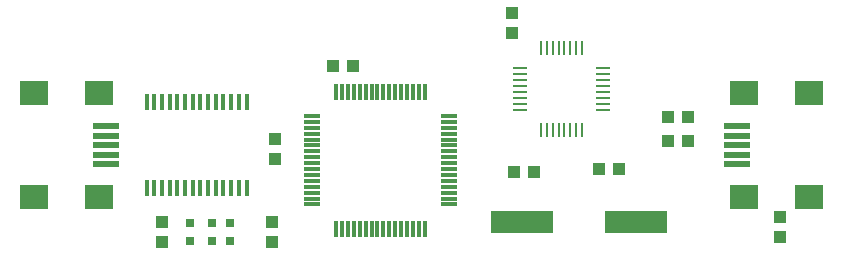
<source format=gtp>
G75*
G70*
%OFA0B0*%
%FSLAX24Y24*%
%IPPOS*%
%LPD*%
%AMOC8*
5,1,8,0,0,1.08239X$1,22.5*
%
%ADD10R,0.0433X0.0394*%
%ADD11R,0.0315X0.0315*%
%ADD12R,0.0137X0.0550*%
%ADD13R,0.0394X0.0433*%
%ADD14R,0.0118X0.0551*%
%ADD15R,0.0551X0.0118*%
%ADD16R,0.0945X0.0787*%
%ADD17R,0.0909X0.0197*%
%ADD18R,0.2100X0.0760*%
%ADD19R,0.0100X0.0450*%
%ADD20R,0.0450X0.0100*%
D10*
X005443Y000876D03*
X005443Y001545D03*
X009100Y001545D03*
X009100Y000876D03*
X017167Y003221D03*
X017836Y003221D03*
X020002Y003300D03*
X020671Y003300D03*
X011810Y006729D03*
X011140Y006729D03*
D11*
X007725Y001506D03*
X007100Y001506D03*
X006396Y001506D03*
X006396Y000915D03*
X007100Y000915D03*
X007725Y000915D03*
D12*
X007752Y002665D03*
X008007Y002665D03*
X008263Y002665D03*
X007496Y002665D03*
X007240Y002665D03*
X006984Y002665D03*
X006728Y002665D03*
X006472Y002665D03*
X006216Y002665D03*
X005960Y002665D03*
X005704Y002665D03*
X005448Y002665D03*
X005193Y002665D03*
X004937Y002665D03*
X004937Y005544D03*
X005193Y005544D03*
X005448Y005544D03*
X005704Y005544D03*
X005960Y005544D03*
X006216Y005544D03*
X006472Y005544D03*
X006728Y005544D03*
X006984Y005544D03*
X007240Y005544D03*
X007496Y005544D03*
X007752Y005544D03*
X008007Y005544D03*
X008263Y005544D03*
D13*
X009225Y004314D03*
X009225Y003644D03*
X017108Y007847D03*
X017108Y008517D03*
X022317Y005035D03*
X022986Y005035D03*
X022986Y004238D03*
X022317Y004238D03*
X026060Y001706D03*
X026060Y001037D03*
D14*
X014201Y001321D03*
X014005Y001321D03*
X013808Y001321D03*
X013611Y001321D03*
X013414Y001321D03*
X013217Y001321D03*
X013020Y001321D03*
X012823Y001321D03*
X012627Y001321D03*
X012430Y001321D03*
X012233Y001321D03*
X012036Y001321D03*
X011839Y001321D03*
X011642Y001321D03*
X011445Y001321D03*
X011249Y001321D03*
X011249Y005888D03*
X011445Y005888D03*
X011642Y005888D03*
X011839Y005888D03*
X012036Y005888D03*
X012233Y005888D03*
X012430Y005888D03*
X012627Y005888D03*
X012823Y005888D03*
X013020Y005888D03*
X013217Y005888D03*
X013414Y005888D03*
X013611Y005888D03*
X013808Y005888D03*
X014005Y005888D03*
X014201Y005888D03*
D15*
X015008Y005081D03*
X015008Y004884D03*
X015008Y004687D03*
X015008Y004490D03*
X015008Y004293D03*
X015008Y004096D03*
X015008Y003899D03*
X015008Y003703D03*
X015008Y003506D03*
X015008Y003309D03*
X015008Y003112D03*
X015008Y002915D03*
X015008Y002718D03*
X015008Y002521D03*
X015008Y002325D03*
X015008Y002128D03*
X010442Y002128D03*
X010442Y002325D03*
X010442Y002521D03*
X010442Y002718D03*
X010442Y002915D03*
X010442Y003112D03*
X010442Y003309D03*
X010442Y003506D03*
X010442Y003703D03*
X010442Y003899D03*
X010442Y004096D03*
X010442Y004293D03*
X010442Y004490D03*
X010442Y004687D03*
X010442Y004884D03*
X010442Y005081D03*
D16*
X003353Y005836D03*
X001188Y005836D03*
X001188Y002372D03*
X003353Y002372D03*
X024847Y002372D03*
X027012Y002372D03*
X027012Y005836D03*
X024847Y005836D03*
D17*
X024625Y004734D03*
X024625Y004419D03*
X024625Y004104D03*
X024625Y003789D03*
X024625Y003474D03*
X003575Y003474D03*
X003575Y003789D03*
X003575Y004104D03*
X003575Y004419D03*
X003575Y004734D03*
D18*
X017450Y001539D03*
X021250Y001539D03*
D19*
X019450Y004599D03*
X019254Y004599D03*
X019057Y004599D03*
X018860Y004599D03*
X018663Y004599D03*
X018466Y004599D03*
X018269Y004599D03*
X018072Y004599D03*
X018072Y007355D03*
X018269Y007355D03*
X018466Y007355D03*
X018663Y007355D03*
X018860Y007355D03*
X019057Y007355D03*
X019254Y007355D03*
X019450Y007355D03*
D20*
X020139Y006666D03*
X020139Y006469D03*
X020139Y006272D03*
X020139Y006076D03*
X020139Y005879D03*
X020139Y005682D03*
X020139Y005485D03*
X020139Y005288D03*
X017383Y005288D03*
X017383Y005485D03*
X017383Y005682D03*
X017383Y005879D03*
X017383Y006076D03*
X017383Y006272D03*
X017383Y006469D03*
X017383Y006666D03*
M02*

</source>
